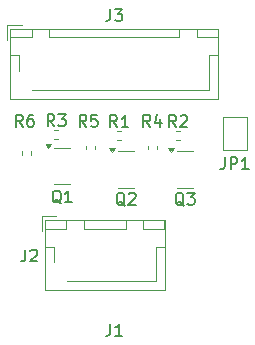
<source format=gto>
%TF.GenerationSoftware,KiCad,Pcbnew,9.0.4*%
%TF.CreationDate,2025-10-04T14:06:53+04:00*%
%TF.ProjectId,handheld1_motion4sim_FO41AFC70E184,68616e64-6865-46c6-9431-5f6d6f74696f,rev?*%
%TF.SameCoordinates,Original*%
%TF.FileFunction,Legend,Top*%
%TF.FilePolarity,Positive*%
%FSLAX46Y46*%
G04 Gerber Fmt 4.6, Leading zero omitted, Abs format (unit mm)*
G04 Created by KiCad (PCBNEW 9.0.4) date 2025-10-04 14:06:53*
%MOMM*%
%LPD*%
G01*
G04 APERTURE LIST*
%ADD10C,0.150000*%
%ADD11C,0.120000*%
G04 APERTURE END LIST*
D10*
X147904761Y-88550057D02*
X147809523Y-88502438D01*
X147809523Y-88502438D02*
X147714285Y-88407200D01*
X147714285Y-88407200D02*
X147571428Y-88264342D01*
X147571428Y-88264342D02*
X147476190Y-88216723D01*
X147476190Y-88216723D02*
X147380952Y-88216723D01*
X147428571Y-88454819D02*
X147333333Y-88407200D01*
X147333333Y-88407200D02*
X147238095Y-88311961D01*
X147238095Y-88311961D02*
X147190476Y-88121485D01*
X147190476Y-88121485D02*
X147190476Y-87788152D01*
X147190476Y-87788152D02*
X147238095Y-87597676D01*
X147238095Y-87597676D02*
X147333333Y-87502438D01*
X147333333Y-87502438D02*
X147428571Y-87454819D01*
X147428571Y-87454819D02*
X147619047Y-87454819D01*
X147619047Y-87454819D02*
X147714285Y-87502438D01*
X147714285Y-87502438D02*
X147809523Y-87597676D01*
X147809523Y-87597676D02*
X147857142Y-87788152D01*
X147857142Y-87788152D02*
X147857142Y-88121485D01*
X147857142Y-88121485D02*
X147809523Y-88311961D01*
X147809523Y-88311961D02*
X147714285Y-88407200D01*
X147714285Y-88407200D02*
X147619047Y-88454819D01*
X147619047Y-88454819D02*
X147428571Y-88454819D01*
X148238095Y-87550057D02*
X148285714Y-87502438D01*
X148285714Y-87502438D02*
X148380952Y-87454819D01*
X148380952Y-87454819D02*
X148619047Y-87454819D01*
X148619047Y-87454819D02*
X148714285Y-87502438D01*
X148714285Y-87502438D02*
X148761904Y-87550057D01*
X148761904Y-87550057D02*
X148809523Y-87645295D01*
X148809523Y-87645295D02*
X148809523Y-87740533D01*
X148809523Y-87740533D02*
X148761904Y-87883390D01*
X148761904Y-87883390D02*
X148190476Y-88454819D01*
X148190476Y-88454819D02*
X148809523Y-88454819D01*
X156366666Y-84454819D02*
X156366666Y-85169104D01*
X156366666Y-85169104D02*
X156319047Y-85311961D01*
X156319047Y-85311961D02*
X156223809Y-85407200D01*
X156223809Y-85407200D02*
X156080952Y-85454819D01*
X156080952Y-85454819D02*
X155985714Y-85454819D01*
X156842857Y-85454819D02*
X156842857Y-84454819D01*
X156842857Y-84454819D02*
X157223809Y-84454819D01*
X157223809Y-84454819D02*
X157319047Y-84502438D01*
X157319047Y-84502438D02*
X157366666Y-84550057D01*
X157366666Y-84550057D02*
X157414285Y-84645295D01*
X157414285Y-84645295D02*
X157414285Y-84788152D01*
X157414285Y-84788152D02*
X157366666Y-84883390D01*
X157366666Y-84883390D02*
X157319047Y-84931009D01*
X157319047Y-84931009D02*
X157223809Y-84978628D01*
X157223809Y-84978628D02*
X156842857Y-84978628D01*
X158366666Y-85454819D02*
X157795238Y-85454819D01*
X158080952Y-85454819D02*
X158080952Y-84454819D01*
X158080952Y-84454819D02*
X157985714Y-84597676D01*
X157985714Y-84597676D02*
X157890476Y-84692914D01*
X157890476Y-84692914D02*
X157795238Y-84740533D01*
X144633333Y-81854819D02*
X144300000Y-81378628D01*
X144061905Y-81854819D02*
X144061905Y-80854819D01*
X144061905Y-80854819D02*
X144442857Y-80854819D01*
X144442857Y-80854819D02*
X144538095Y-80902438D01*
X144538095Y-80902438D02*
X144585714Y-80950057D01*
X144585714Y-80950057D02*
X144633333Y-81045295D01*
X144633333Y-81045295D02*
X144633333Y-81188152D01*
X144633333Y-81188152D02*
X144585714Y-81283390D01*
X144585714Y-81283390D02*
X144538095Y-81331009D01*
X144538095Y-81331009D02*
X144442857Y-81378628D01*
X144442857Y-81378628D02*
X144061905Y-81378628D01*
X145538095Y-80854819D02*
X145061905Y-80854819D01*
X145061905Y-80854819D02*
X145014286Y-81331009D01*
X145014286Y-81331009D02*
X145061905Y-81283390D01*
X145061905Y-81283390D02*
X145157143Y-81235771D01*
X145157143Y-81235771D02*
X145395238Y-81235771D01*
X145395238Y-81235771D02*
X145490476Y-81283390D01*
X145490476Y-81283390D02*
X145538095Y-81331009D01*
X145538095Y-81331009D02*
X145585714Y-81426247D01*
X145585714Y-81426247D02*
X145585714Y-81664342D01*
X145585714Y-81664342D02*
X145538095Y-81759580D01*
X145538095Y-81759580D02*
X145490476Y-81807200D01*
X145490476Y-81807200D02*
X145395238Y-81854819D01*
X145395238Y-81854819D02*
X145157143Y-81854819D01*
X145157143Y-81854819D02*
X145061905Y-81807200D01*
X145061905Y-81807200D02*
X145014286Y-81759580D01*
X150033333Y-81854819D02*
X149700000Y-81378628D01*
X149461905Y-81854819D02*
X149461905Y-80854819D01*
X149461905Y-80854819D02*
X149842857Y-80854819D01*
X149842857Y-80854819D02*
X149938095Y-80902438D01*
X149938095Y-80902438D02*
X149985714Y-80950057D01*
X149985714Y-80950057D02*
X150033333Y-81045295D01*
X150033333Y-81045295D02*
X150033333Y-81188152D01*
X150033333Y-81188152D02*
X149985714Y-81283390D01*
X149985714Y-81283390D02*
X149938095Y-81331009D01*
X149938095Y-81331009D02*
X149842857Y-81378628D01*
X149842857Y-81378628D02*
X149461905Y-81378628D01*
X150890476Y-81188152D02*
X150890476Y-81854819D01*
X150652381Y-80807200D02*
X150414286Y-81521485D01*
X150414286Y-81521485D02*
X151033333Y-81521485D01*
X141923333Y-81809819D02*
X141590000Y-81333628D01*
X141351905Y-81809819D02*
X141351905Y-80809819D01*
X141351905Y-80809819D02*
X141732857Y-80809819D01*
X141732857Y-80809819D02*
X141828095Y-80857438D01*
X141828095Y-80857438D02*
X141875714Y-80905057D01*
X141875714Y-80905057D02*
X141923333Y-81000295D01*
X141923333Y-81000295D02*
X141923333Y-81143152D01*
X141923333Y-81143152D02*
X141875714Y-81238390D01*
X141875714Y-81238390D02*
X141828095Y-81286009D01*
X141828095Y-81286009D02*
X141732857Y-81333628D01*
X141732857Y-81333628D02*
X141351905Y-81333628D01*
X142256667Y-80809819D02*
X142875714Y-80809819D01*
X142875714Y-80809819D02*
X142542381Y-81190771D01*
X142542381Y-81190771D02*
X142685238Y-81190771D01*
X142685238Y-81190771D02*
X142780476Y-81238390D01*
X142780476Y-81238390D02*
X142828095Y-81286009D01*
X142828095Y-81286009D02*
X142875714Y-81381247D01*
X142875714Y-81381247D02*
X142875714Y-81619342D01*
X142875714Y-81619342D02*
X142828095Y-81714580D01*
X142828095Y-81714580D02*
X142780476Y-81762200D01*
X142780476Y-81762200D02*
X142685238Y-81809819D01*
X142685238Y-81809819D02*
X142399524Y-81809819D01*
X142399524Y-81809819D02*
X142304286Y-81762200D01*
X142304286Y-81762200D02*
X142256667Y-81714580D01*
X146666666Y-71904819D02*
X146666666Y-72619104D01*
X146666666Y-72619104D02*
X146619047Y-72761961D01*
X146619047Y-72761961D02*
X146523809Y-72857200D01*
X146523809Y-72857200D02*
X146380952Y-72904819D01*
X146380952Y-72904819D02*
X146285714Y-72904819D01*
X147047619Y-71904819D02*
X147666666Y-71904819D01*
X147666666Y-71904819D02*
X147333333Y-72285771D01*
X147333333Y-72285771D02*
X147476190Y-72285771D01*
X147476190Y-72285771D02*
X147571428Y-72333390D01*
X147571428Y-72333390D02*
X147619047Y-72381009D01*
X147619047Y-72381009D02*
X147666666Y-72476247D01*
X147666666Y-72476247D02*
X147666666Y-72714342D01*
X147666666Y-72714342D02*
X147619047Y-72809580D01*
X147619047Y-72809580D02*
X147571428Y-72857200D01*
X147571428Y-72857200D02*
X147476190Y-72904819D01*
X147476190Y-72904819D02*
X147190476Y-72904819D01*
X147190476Y-72904819D02*
X147095238Y-72857200D01*
X147095238Y-72857200D02*
X147047619Y-72809580D01*
X147233333Y-81884819D02*
X146900000Y-81408628D01*
X146661905Y-81884819D02*
X146661905Y-80884819D01*
X146661905Y-80884819D02*
X147042857Y-80884819D01*
X147042857Y-80884819D02*
X147138095Y-80932438D01*
X147138095Y-80932438D02*
X147185714Y-80980057D01*
X147185714Y-80980057D02*
X147233333Y-81075295D01*
X147233333Y-81075295D02*
X147233333Y-81218152D01*
X147233333Y-81218152D02*
X147185714Y-81313390D01*
X147185714Y-81313390D02*
X147138095Y-81361009D01*
X147138095Y-81361009D02*
X147042857Y-81408628D01*
X147042857Y-81408628D02*
X146661905Y-81408628D01*
X148185714Y-81884819D02*
X147614286Y-81884819D01*
X147900000Y-81884819D02*
X147900000Y-80884819D01*
X147900000Y-80884819D02*
X147804762Y-81027676D01*
X147804762Y-81027676D02*
X147709524Y-81122914D01*
X147709524Y-81122914D02*
X147614286Y-81170533D01*
X146666666Y-98564819D02*
X146666666Y-99279104D01*
X146666666Y-99279104D02*
X146619047Y-99421961D01*
X146619047Y-99421961D02*
X146523809Y-99517200D01*
X146523809Y-99517200D02*
X146380952Y-99564819D01*
X146380952Y-99564819D02*
X146285714Y-99564819D01*
X147666666Y-99564819D02*
X147095238Y-99564819D01*
X147380952Y-99564819D02*
X147380952Y-98564819D01*
X147380952Y-98564819D02*
X147285714Y-98707676D01*
X147285714Y-98707676D02*
X147190476Y-98802914D01*
X147190476Y-98802914D02*
X147095238Y-98850533D01*
X152904761Y-88550057D02*
X152809523Y-88502438D01*
X152809523Y-88502438D02*
X152714285Y-88407200D01*
X152714285Y-88407200D02*
X152571428Y-88264342D01*
X152571428Y-88264342D02*
X152476190Y-88216723D01*
X152476190Y-88216723D02*
X152380952Y-88216723D01*
X152428571Y-88454819D02*
X152333333Y-88407200D01*
X152333333Y-88407200D02*
X152238095Y-88311961D01*
X152238095Y-88311961D02*
X152190476Y-88121485D01*
X152190476Y-88121485D02*
X152190476Y-87788152D01*
X152190476Y-87788152D02*
X152238095Y-87597676D01*
X152238095Y-87597676D02*
X152333333Y-87502438D01*
X152333333Y-87502438D02*
X152428571Y-87454819D01*
X152428571Y-87454819D02*
X152619047Y-87454819D01*
X152619047Y-87454819D02*
X152714285Y-87502438D01*
X152714285Y-87502438D02*
X152809523Y-87597676D01*
X152809523Y-87597676D02*
X152857142Y-87788152D01*
X152857142Y-87788152D02*
X152857142Y-88121485D01*
X152857142Y-88121485D02*
X152809523Y-88311961D01*
X152809523Y-88311961D02*
X152714285Y-88407200D01*
X152714285Y-88407200D02*
X152619047Y-88454819D01*
X152619047Y-88454819D02*
X152428571Y-88454819D01*
X153190476Y-87454819D02*
X153809523Y-87454819D01*
X153809523Y-87454819D02*
X153476190Y-87835771D01*
X153476190Y-87835771D02*
X153619047Y-87835771D01*
X153619047Y-87835771D02*
X153714285Y-87883390D01*
X153714285Y-87883390D02*
X153761904Y-87931009D01*
X153761904Y-87931009D02*
X153809523Y-88026247D01*
X153809523Y-88026247D02*
X153809523Y-88264342D01*
X153809523Y-88264342D02*
X153761904Y-88359580D01*
X153761904Y-88359580D02*
X153714285Y-88407200D01*
X153714285Y-88407200D02*
X153619047Y-88454819D01*
X153619047Y-88454819D02*
X153333333Y-88454819D01*
X153333333Y-88454819D02*
X153238095Y-88407200D01*
X153238095Y-88407200D02*
X153190476Y-88359580D01*
X139233333Y-81854819D02*
X138900000Y-81378628D01*
X138661905Y-81854819D02*
X138661905Y-80854819D01*
X138661905Y-80854819D02*
X139042857Y-80854819D01*
X139042857Y-80854819D02*
X139138095Y-80902438D01*
X139138095Y-80902438D02*
X139185714Y-80950057D01*
X139185714Y-80950057D02*
X139233333Y-81045295D01*
X139233333Y-81045295D02*
X139233333Y-81188152D01*
X139233333Y-81188152D02*
X139185714Y-81283390D01*
X139185714Y-81283390D02*
X139138095Y-81331009D01*
X139138095Y-81331009D02*
X139042857Y-81378628D01*
X139042857Y-81378628D02*
X138661905Y-81378628D01*
X140090476Y-80854819D02*
X139900000Y-80854819D01*
X139900000Y-80854819D02*
X139804762Y-80902438D01*
X139804762Y-80902438D02*
X139757143Y-80950057D01*
X139757143Y-80950057D02*
X139661905Y-81092914D01*
X139661905Y-81092914D02*
X139614286Y-81283390D01*
X139614286Y-81283390D02*
X139614286Y-81664342D01*
X139614286Y-81664342D02*
X139661905Y-81759580D01*
X139661905Y-81759580D02*
X139709524Y-81807200D01*
X139709524Y-81807200D02*
X139804762Y-81854819D01*
X139804762Y-81854819D02*
X139995238Y-81854819D01*
X139995238Y-81854819D02*
X140090476Y-81807200D01*
X140090476Y-81807200D02*
X140138095Y-81759580D01*
X140138095Y-81759580D02*
X140185714Y-81664342D01*
X140185714Y-81664342D02*
X140185714Y-81426247D01*
X140185714Y-81426247D02*
X140138095Y-81331009D01*
X140138095Y-81331009D02*
X140090476Y-81283390D01*
X140090476Y-81283390D02*
X139995238Y-81235771D01*
X139995238Y-81235771D02*
X139804762Y-81235771D01*
X139804762Y-81235771D02*
X139709524Y-81283390D01*
X139709524Y-81283390D02*
X139661905Y-81331009D01*
X139661905Y-81331009D02*
X139614286Y-81426247D01*
X142504761Y-88350057D02*
X142409523Y-88302438D01*
X142409523Y-88302438D02*
X142314285Y-88207200D01*
X142314285Y-88207200D02*
X142171428Y-88064342D01*
X142171428Y-88064342D02*
X142076190Y-88016723D01*
X142076190Y-88016723D02*
X141980952Y-88016723D01*
X142028571Y-88254819D02*
X141933333Y-88207200D01*
X141933333Y-88207200D02*
X141838095Y-88111961D01*
X141838095Y-88111961D02*
X141790476Y-87921485D01*
X141790476Y-87921485D02*
X141790476Y-87588152D01*
X141790476Y-87588152D02*
X141838095Y-87397676D01*
X141838095Y-87397676D02*
X141933333Y-87302438D01*
X141933333Y-87302438D02*
X142028571Y-87254819D01*
X142028571Y-87254819D02*
X142219047Y-87254819D01*
X142219047Y-87254819D02*
X142314285Y-87302438D01*
X142314285Y-87302438D02*
X142409523Y-87397676D01*
X142409523Y-87397676D02*
X142457142Y-87588152D01*
X142457142Y-87588152D02*
X142457142Y-87921485D01*
X142457142Y-87921485D02*
X142409523Y-88111961D01*
X142409523Y-88111961D02*
X142314285Y-88207200D01*
X142314285Y-88207200D02*
X142219047Y-88254819D01*
X142219047Y-88254819D02*
X142028571Y-88254819D01*
X143409523Y-88254819D02*
X142838095Y-88254819D01*
X143123809Y-88254819D02*
X143123809Y-87254819D01*
X143123809Y-87254819D02*
X143028571Y-87397676D01*
X143028571Y-87397676D02*
X142933333Y-87492914D01*
X142933333Y-87492914D02*
X142838095Y-87540533D01*
X139466666Y-92254819D02*
X139466666Y-92969104D01*
X139466666Y-92969104D02*
X139419047Y-93111961D01*
X139419047Y-93111961D02*
X139323809Y-93207200D01*
X139323809Y-93207200D02*
X139180952Y-93254819D01*
X139180952Y-93254819D02*
X139085714Y-93254819D01*
X139895238Y-92350057D02*
X139942857Y-92302438D01*
X139942857Y-92302438D02*
X140038095Y-92254819D01*
X140038095Y-92254819D02*
X140276190Y-92254819D01*
X140276190Y-92254819D02*
X140371428Y-92302438D01*
X140371428Y-92302438D02*
X140419047Y-92350057D01*
X140419047Y-92350057D02*
X140466666Y-92445295D01*
X140466666Y-92445295D02*
X140466666Y-92540533D01*
X140466666Y-92540533D02*
X140419047Y-92683390D01*
X140419047Y-92683390D02*
X139847619Y-93254819D01*
X139847619Y-93254819D02*
X140466666Y-93254819D01*
X152233333Y-81884819D02*
X151900000Y-81408628D01*
X151661905Y-81884819D02*
X151661905Y-80884819D01*
X151661905Y-80884819D02*
X152042857Y-80884819D01*
X152042857Y-80884819D02*
X152138095Y-80932438D01*
X152138095Y-80932438D02*
X152185714Y-80980057D01*
X152185714Y-80980057D02*
X152233333Y-81075295D01*
X152233333Y-81075295D02*
X152233333Y-81218152D01*
X152233333Y-81218152D02*
X152185714Y-81313390D01*
X152185714Y-81313390D02*
X152138095Y-81361009D01*
X152138095Y-81361009D02*
X152042857Y-81408628D01*
X152042857Y-81408628D02*
X151661905Y-81408628D01*
X152614286Y-80980057D02*
X152661905Y-80932438D01*
X152661905Y-80932438D02*
X152757143Y-80884819D01*
X152757143Y-80884819D02*
X152995238Y-80884819D01*
X152995238Y-80884819D02*
X153090476Y-80932438D01*
X153090476Y-80932438D02*
X153138095Y-80980057D01*
X153138095Y-80980057D02*
X153185714Y-81075295D01*
X153185714Y-81075295D02*
X153185714Y-81170533D01*
X153185714Y-81170533D02*
X153138095Y-81313390D01*
X153138095Y-81313390D02*
X152566667Y-81884819D01*
X152566667Y-81884819D02*
X153185714Y-81884819D01*
D11*
%TO.C,Q2*%
X147987500Y-83915000D02*
X147337500Y-83915000D01*
X147987500Y-83915000D02*
X148637500Y-83915000D01*
X147987500Y-87035000D02*
X147337500Y-87035000D01*
X147987500Y-87035000D02*
X148637500Y-87035000D01*
X146825000Y-83965000D02*
X146585000Y-83635000D01*
X147065000Y-83635000D01*
X146825000Y-83965000D01*
G36*
X146825000Y-83965000D02*
G01*
X146585000Y-83635000D01*
X147065000Y-83635000D01*
X146825000Y-83965000D01*
G37*
%TO.C,JP1*%
X156200000Y-81000000D02*
X158200000Y-81000000D01*
X156200000Y-83800000D02*
X156200000Y-81000000D01*
X158200000Y-81000000D02*
X158200000Y-83800000D01*
X158200000Y-83800000D02*
X156200000Y-83800000D01*
%TO.C,R5*%
X144620000Y-83753641D02*
X144620000Y-83446359D01*
X145380000Y-83753641D02*
X145380000Y-83446359D01*
%TO.C,R4*%
X149820000Y-83753641D02*
X149820000Y-83446359D01*
X150580000Y-83753641D02*
X150580000Y-83446359D01*
%TO.C,R3*%
X141936359Y-82145000D02*
X142243641Y-82145000D01*
X141936359Y-82905000D02*
X142243641Y-82905000D01*
%TO.C,J3*%
X137900000Y-73250000D02*
X137900000Y-74500000D01*
X138190000Y-73540000D02*
X138190000Y-79510000D01*
X138190000Y-79510000D02*
X155810000Y-79510000D01*
X138200000Y-73550000D02*
X138200000Y-74300000D01*
X138200000Y-74300000D02*
X140000000Y-74300000D01*
X138200000Y-75800000D02*
X138950000Y-75800000D01*
X138950000Y-75800000D02*
X138950000Y-77140000D01*
X139150000Y-73250000D02*
X137900000Y-73250000D01*
X140000000Y-73550000D02*
X138200000Y-73550000D01*
X140000000Y-74300000D02*
X140000000Y-73550000D01*
X141500000Y-73550000D02*
X141500000Y-74300000D01*
X141500000Y-74300000D02*
X152500000Y-74300000D01*
X147000000Y-78750000D02*
X140010000Y-78750000D01*
X152500000Y-73550000D02*
X141500000Y-73550000D01*
X152500000Y-74300000D02*
X152500000Y-73550000D01*
X154000000Y-73550000D02*
X154000000Y-74300000D01*
X154000000Y-74300000D02*
X155800000Y-74300000D01*
X155050000Y-75800000D02*
X155050000Y-78750000D01*
X155050000Y-78750000D02*
X147000000Y-78750000D01*
X155800000Y-73550000D02*
X154000000Y-73550000D01*
X155800000Y-74300000D02*
X155800000Y-73550000D01*
X155800000Y-75800000D02*
X155050000Y-75800000D01*
X155810000Y-73540000D02*
X138190000Y-73540000D01*
X155810000Y-79510000D02*
X155810000Y-73540000D01*
%TO.C,R1*%
X147246359Y-82220000D02*
X147553641Y-82220000D01*
X147246359Y-82980000D02*
X147553641Y-82980000D01*
%TO.C,Q3*%
X152987500Y-83915000D02*
X152337500Y-83915000D01*
X152987500Y-83915000D02*
X153637500Y-83915000D01*
X152987500Y-87035000D02*
X152337500Y-87035000D01*
X152987500Y-87035000D02*
X153637500Y-87035000D01*
X151825000Y-83965000D02*
X151585000Y-83635000D01*
X152065000Y-83635000D01*
X151825000Y-83965000D01*
G36*
X151825000Y-83965000D02*
G01*
X151585000Y-83635000D01*
X152065000Y-83635000D01*
X151825000Y-83965000D01*
G37*
%TO.C,R6*%
X139220000Y-84243641D02*
X139220000Y-83936359D01*
X139980000Y-84243641D02*
X139980000Y-83936359D01*
%TO.C,Q1*%
X142587500Y-83615000D02*
X141937500Y-83615000D01*
X142587500Y-83615000D02*
X143237500Y-83615000D01*
X142587500Y-86735000D02*
X141937500Y-86735000D01*
X142587500Y-86735000D02*
X143237500Y-86735000D01*
X141425000Y-83665000D02*
X141185000Y-83335000D01*
X141665000Y-83335000D01*
X141425000Y-83665000D01*
G36*
X141425000Y-83665000D02*
G01*
X141185000Y-83335000D01*
X141665000Y-83335000D01*
X141425000Y-83665000D01*
G37*
%TO.C,J2*%
X140850000Y-89450000D02*
X140850000Y-90700000D01*
X141140000Y-89740000D02*
X141140000Y-95710000D01*
X141140000Y-95710000D02*
X151260000Y-95710000D01*
X141150000Y-89750000D02*
X141150000Y-90500000D01*
X141150000Y-90500000D02*
X142950000Y-90500000D01*
X141150000Y-92000000D02*
X141900000Y-92000000D01*
X141900000Y-92000000D02*
X141900000Y-93340000D01*
X142100000Y-89450000D02*
X140850000Y-89450000D01*
X142950000Y-89750000D02*
X141150000Y-89750000D01*
X142950000Y-90500000D02*
X142950000Y-89750000D01*
X144450000Y-89750000D02*
X144450000Y-90500000D01*
X144450000Y-90500000D02*
X147950000Y-90500000D01*
X146200000Y-94950000D02*
X142960000Y-94950000D01*
X147950000Y-89750000D02*
X144450000Y-89750000D01*
X147950000Y-90500000D02*
X147950000Y-89750000D01*
X149450000Y-89750000D02*
X149450000Y-90500000D01*
X149450000Y-90500000D02*
X151250000Y-90500000D01*
X150500000Y-92000000D02*
X150500000Y-94950000D01*
X150500000Y-94950000D02*
X146200000Y-94950000D01*
X151250000Y-89750000D02*
X149450000Y-89750000D01*
X151250000Y-90500000D02*
X151250000Y-89750000D01*
X151250000Y-92000000D02*
X150500000Y-92000000D01*
X151260000Y-89740000D02*
X141140000Y-89740000D01*
X151260000Y-95710000D02*
X151260000Y-89740000D01*
%TO.C,R2*%
X152246359Y-82220000D02*
X152553641Y-82220000D01*
X152246359Y-82980000D02*
X152553641Y-82980000D01*
%TD*%
M02*

</source>
